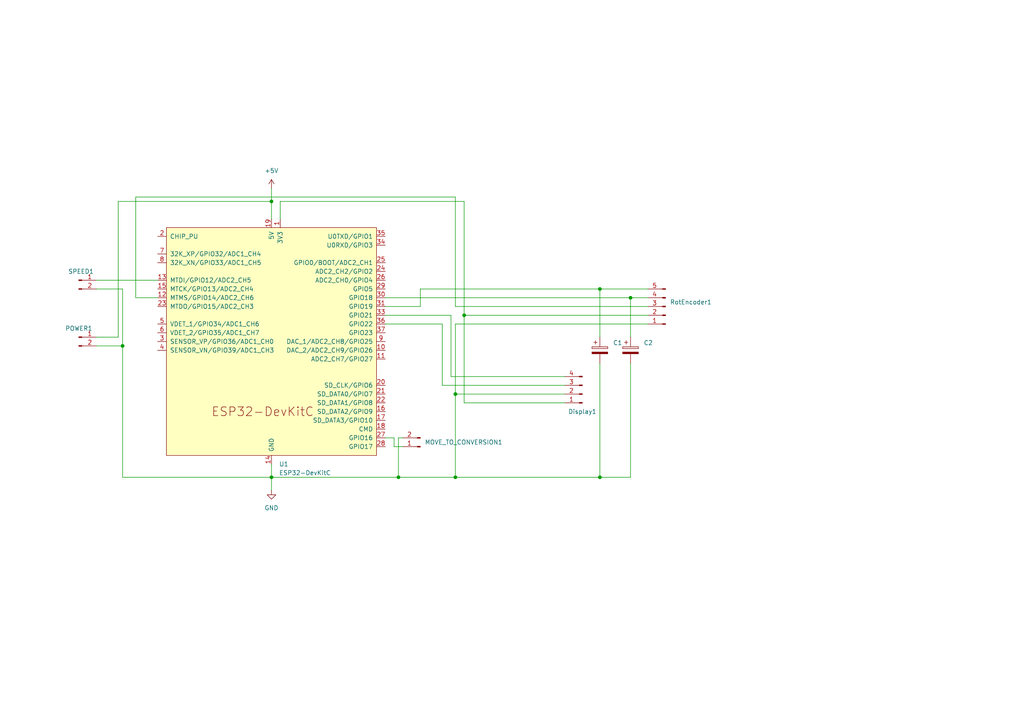
<source format=kicad_sch>
(kicad_sch (version 20230121) (generator eeschema)
  (paper "A4")
  (lib_symbols
    (symbol "Connector:Conn_01x02_Pin" (pin_names (offset 1.016) hide)
      (property "Reference" "J" (at 0 2.54 0))
      (property "Value" "Conn_01x02_Pin" (at 0 -5.08 0))
      (symbol "Conn_01x02_Pin_1_1"
        (polyline (pts (xy 1.27 -2.54) (xy 0.8636 -2.54)) (stroke (width 0.1524)))
        (polyline (pts (xy 1.27 0) (xy 0.8636 0)) (stroke (width 0.1524)))
        (rectangle (start 0.8636 -2.413) (end 0 -2.667) (stroke (width 0.1524)) (fill (type outline)))
        (rectangle (start 0.8636 0.127) (end 0 -0.127) (stroke (width 0.1524)) (fill (type outline)))
        (pin passive line (at 5.08 0 180) (length 3.81) (name "Pin_1") (number "1"))
        (pin passive line (at 5.08 -2.54 180) (length 3.81) (name "Pin_2") (number "2"))
      )
    )
    (symbol "Connector:Conn_01x04_Pin" (pin_names (offset 1.016) hide)
      (property "Reference" "J" (at 0 5.08 0))
      (property "Value" "Conn_01x04_Pin" (at 0 -7.62 0))
      (symbol "Conn_01x04_Pin_1_1"
        (polyline (pts (xy 1.27 -5.08) (xy 0.8636 -5.08)) (stroke (width 0.1524)))
        (polyline (pts (xy 1.27 -2.54) (xy 0.8636 -2.54)) (stroke (width 0.1524)))
        (polyline (pts (xy 1.27 0) (xy 0.8636 0)) (stroke (width 0.1524)))
        (polyline (pts (xy 1.27 2.54) (xy 0.8636 2.54)) (stroke (width 0.1524)))
        (rectangle (start 0.8636 -4.953) (end 0 -5.207) (stroke (width 0.1524)) (fill (type outline)))
        (rectangle (start 0.8636 -2.413) (end 0 -2.667) (stroke (width 0.1524)) (fill (type outline)))
        (rectangle (start 0.8636 0.127) (end 0 -0.127) (stroke (width 0.1524)) (fill (type outline)))
        (rectangle (start 0.8636 2.667) (end 0 2.413) (stroke (width 0.1524)) (fill (type outline)))
        (pin passive line (at 5.08 2.54 180) (length 3.81) (name "Pin_1") (number "1"))
        (pin passive line (at 5.08 0 180) (length 3.81) (name "Pin_2") (number "2"))
        (pin passive line (at 5.08 -2.54 180) (length 3.81) (name "Pin_3") (number "3"))
        (pin passive line (at 5.08 -5.08 180) (length 3.81) (name "Pin_4") (number "4"))
      )
    )
    (symbol "Connector:Conn_01x05_Pin" (pin_names (offset 1.016) hide)
      (property "Reference" "J" (at 0 7.62 0))
      (property "Value" "Conn_01x05_Pin" (at 0 -7.62 0))
      (symbol "Conn_01x05_Pin_1_1"
        (polyline (pts (xy 1.27 -5.08) (xy 0.8636 -5.08)) (stroke (width 0.1524)))
        (polyline (pts (xy 1.27 -2.54) (xy 0.8636 -2.54)) (stroke (width 0.1524)))
        (polyline (pts (xy 1.27 0) (xy 0.8636 0)) (stroke (width 0.1524)))
        (polyline (pts (xy 1.27 2.54) (xy 0.8636 2.54)) (stroke (width 0.1524)))
        (polyline (pts (xy 1.27 5.08) (xy 0.8636 5.08)) (stroke (width 0.1524)))
        (rectangle (start 0.8636 -4.953) (end 0 -5.207) (stroke (width 0.1524)) (fill (type outline)))
        (rectangle (start 0.8636 -2.413) (end 0 -2.667) (stroke (width 0.1524)) (fill (type outline)))
        (rectangle (start 0.8636 0.127) (end 0 -0.127) (stroke (width 0.1524)) (fill (type outline)))
        (rectangle (start 0.8636 2.667) (end 0 2.413) (stroke (width 0.1524)) (fill (type outline)))
        (rectangle (start 0.8636 5.207) (end 0 4.953) (stroke (width 0.1524)) (fill (type outline)))
        (pin passive line (at 5.08 5.08 180) (length 3.81) (name "Pin_1") (number "1"))
        (pin passive line (at 5.08 2.54 180) (length 3.81) (name "Pin_2") (number "2"))
        (pin passive line (at 5.08 0 180) (length 3.81) (name "Pin_3") (number "3"))
        (pin passive line (at 5.08 -2.54 180) (length 3.81) (name "Pin_4") (number "4"))
        (pin passive line (at 5.08 -5.08 180) (length 3.81) (name "Pin_5") (number "5"))
      )
    )
    (symbol "Device:C_Polarized" (pin_numbers hide) (pin_names (offset 0.254))
      (property "Reference" "C" (at 0.635 2.54 0))
      (property "Value" "C_Polarized" (at 0.635 -2.54 0))
      (symbol "C_Polarized_0_1"
        (rectangle (start -2.286 0.508) (end 2.286 1.016))
        (polyline (pts (xy -1.778 2.286) (xy -0.762 2.286)))
        (polyline (pts (xy -1.27 2.794) (xy -1.27 1.778)))
        (rectangle (start 2.286 -0.508) (end -2.286 -1.016) (fill (type outline)))
      )
      (symbol "C_Polarized_1_1"
        (pin passive line (at 0 3.81 270) (length 2.794) (name "~") (number "1"))
        (pin passive line (at 0 -3.81 90) (length 2.794) (name "~") (number "2"))
      )
    )
    (symbol "PCM_Espressif:ESP32-DevKitC" (pin_names (offset 1.016))
      (property "Reference" "U" (at -30.48 38.1 0))
      (property "Value" "ESP32-DevKitC" (at -30.48 35.56 0))
      (symbol "ESP32-DevKitC_0_0"
        (text "ESP32-DevKitC" (at -2.54 -20.32 0) (effects (font (size 2.54 2.54))))
        (pin power_in line (at 0 -35.56 90) (length 2.54) (name "GND") (number "14"))
        (pin power_in line (at 0 35.56 270) (length 2.54) (name "5V") (number "19"))
      )
      (symbol "ESP32-DevKitC_0_1"
        (rectangle (start -30.48 33.02) (end 30.48 -33.02) (fill (type background)))
      )
      (symbol "ESP32-DevKitC_1_1"
        (pin power_in line (at 2.54 35.56 270) (length 2.54) (name "3V3") (number "1"))
        (pin bidirectional line (at 33.02 -2.54 180) (length 2.54) (name "DAC_2/ADC2_CH9/GPIO26") (number "10"))
        (pin bidirectional line (at 33.02 -5.08 180) (length 2.54) (name "ADC2_CH7/GPIO27") (number "11"))
        (pin bidirectional line (at -33.02 12.7 0) (length 2.54) (name "MTMS/GPIO14/ADC2_CH6") (number "12"))
        (pin bidirectional line (at -33.02 17.78 0) (length 2.54) (name "MTDI/GPIO12/ADC2_CH5") (number "13"))
        (pin bidirectional line (at -33.02 15.24 0) (length 2.54) (name "MTCK/GPIO13/ADC2_CH4") (number "15"))
        (pin bidirectional line (at 33.02 -20.32 180) (length 2.54) (name "SD_DATA2/GPIO9") (number "16"))
        (pin bidirectional line (at 33.02 -22.86 180) (length 2.54) (name "SD_DATA3/GPIO10") (number "17"))
        (pin bidirectional line (at 33.02 -25.4 180) (length 2.54) (name "CMD") (number "18"))
        (pin input line (at -33.02 30.48 0) (length 2.54) (name "CHIP_PU") (number "2"))
        (pin bidirectional line (at 33.02 -12.7 180) (length 2.54) (name "SD_CLK/GPIO6") (number "20"))
        (pin bidirectional line (at 33.02 -15.24 180) (length 2.54) (name "SD_DATA0/GPIO7") (number "21"))
        (pin bidirectional line (at 33.02 -17.78 180) (length 2.54) (name "SD_DATA1/GPIO8") (number "22"))
        (pin bidirectional line (at -33.02 10.16 0) (length 2.54) (name "MTDO/GPIO15/ADC2_CH3") (number "23"))
        (pin bidirectional line (at 33.02 20.32 180) (length 2.54) (name "ADC2_CH2/GPIO2") (number "24"))
        (pin bidirectional line (at 33.02 22.86 180) (length 2.54) (name "GPIO0/BOOT/ADC2_CH1") (number "25"))
        (pin bidirectional line (at 33.02 17.78 180) (length 2.54) (name "ADC2_CH0/GPIO4") (number "26"))
        (pin bidirectional line (at 33.02 -27.94 180) (length 2.54) (name "GPIO16") (number "27"))
        (pin bidirectional line (at 33.02 -30.48 180) (length 2.54) (name "GPIO17") (number "28"))
        (pin bidirectional line (at 33.02 15.24 180) (length 2.54) (name "GPIO5") (number "29"))
        (pin input line (at -33.02 0 0) (length 2.54) (name "SENSOR_VP/GPIO36/ADC1_CH0") (number "3"))
        (pin bidirectional line (at 33.02 12.7 180) (length 2.54) (name "GPIO18") (number "30"))
        (pin bidirectional line (at 33.02 10.16 180) (length 2.54) (name "GPIO19") (number "31"))
        (pin passive line (at 0 -35.56 90) (length 2.54) hide (name "GND") (number "32"))
        (pin bidirectional line (at 33.02 7.62 180) (length 2.54) (name "GPIO21") (number "33"))
        (pin bidirectional line (at 33.02 27.94 180) (length 2.54) (name "U0RXD/GPIO3") (number "34"))
        (pin bidirectional line (at 33.02 30.48 180) (length 2.54) (name "U0TXD/GPIO1") (number "35"))
        (pin bidirectional line (at 33.02 5.08 180) (length 2.54) (name "GPIO22") (number "36"))
        (pin bidirectional line (at 33.02 2.54 180) (length 2.54) (name "GPIO23") (number "37"))
        (pin passive line (at 0 -35.56 90) (length 2.54) hide (name "GND") (number "38"))
        (pin input line (at -33.02 -2.54 0) (length 2.54) (name "SENSOR_VN/GPIO39/ADC1_CH3") (number "4"))
        (pin input line (at -33.02 5.08 0) (length 2.54) (name "VDET_1/GPIO34/ADC1_CH6") (number "5"))
        (pin input line (at -33.02 2.54 0) (length 2.54) (name "VDET_2/GPIO35/ADC1_CH7") (number "6"))
        (pin bidirectional line (at -33.02 25.4 0) (length 2.54) (name "32K_XP/GPIO32/ADC1_CH4") (number "7"))
        (pin bidirectional line (at -33.02 22.86 0) (length 2.54) (name "32K_XN/GPIO33/ADC1_CH5") (number "8"))
        (pin bidirectional line (at 33.02 0 180) (length 2.54) (name "DAC_1/ADC2_CH8/GPIO25") (number "9"))
      )
    )
    (symbol "power:+5V" (power) (pin_names (offset 0))
      (property "Value" "+5V" (at 0 3.556 0))
      (symbol "+5V_0_1"
        (polyline (pts (xy -0.762 1.27) (xy 0 2.54)))
        (polyline (pts (xy 0 0) (xy 0 2.54)))
        (polyline (pts (xy 0 2.54) (xy 0.762 1.27)))
      )
      (symbol "+5V_1_1"
        (pin power_in line (at 0 0 90) (length 0) hide (name "+5V") (number "1"))
      )
    )
    (symbol "power:GND" (power) (pin_names (offset 0))
      (property "Value" "GND" (at 0 -3.81 0))
      (symbol "GND_0_1"
        (polyline (pts (xy 0 0) (xy 0 -1.27) (xy 1.27 -1.27) (xy 0 -2.54) (xy -1.27 -1.27) (xy 0 -1.27)))
      )
      (symbol "GND_1_1"
        (pin power_in line (at 0 0 270) (length 0) hide (name "GND") (number "1"))
      )
    )
  )
  (junction (at 134.62 91.44))
  (junction (at 173.99 138.43))
  (junction (at 78.74 58.42))
  (junction (at 115.57 138.43))
  (junction (at 132.08 114.3))
  (junction (at 132.08 138.43))
  (junction (at 35.56 100.33))
  (junction (at 173.99 83.82))
  (junction (at 78.74 138.43))
  (junction (at 182.88 86.36))
  (wire (pts (xy 114.3 129.54) (xy 114.3 127)))
  (wire (pts (xy 39.37 86.36) (xy 45.72 86.36)))
  (wire (pts (xy 128.27 111.76) (xy 128.27 93.98)))
  (wire (pts (xy 114.3 127) (xy 111.76 127)))
  (wire (pts (xy 116.84 129.54) (xy 114.3 129.54)))
  (wire (pts (xy 35.56 83.82) (xy 35.56 100.33)))
  (wire (pts (xy 81.28 58.42) (xy 134.62 58.42)))
  (wire (pts (xy 111.76 91.44) (xy 130.81 91.44)))
  (wire (pts (xy 173.99 83.82) (xy 121.92 83.82)))
  (wire (pts (xy 115.57 138.43) (xy 132.08 138.43)))
  (wire (pts (xy 134.62 58.42) (xy 134.62 91.44)))
  (wire (pts (xy 132.08 88.9) (xy 132.08 57.15)))
  (wire (pts (xy 132.08 138.43) (xy 173.99 138.43)))
  (wire (pts (xy 163.83 116.84) (xy 134.62 116.84)))
  (wire (pts (xy 34.29 97.79) (xy 34.29 58.42)))
  (wire (pts (xy 27.94 83.82) (xy 35.56 83.82)))
  (wire (pts (xy 27.94 81.28) (xy 45.72 81.28)))
  (wire (pts (xy 78.74 58.42) (xy 78.74 63.5)))
  (wire (pts (xy 116.84 127) (xy 115.57 127)))
  (wire (pts (xy 39.37 57.15) (xy 39.37 86.36)))
  (wire (pts (xy 134.62 91.44) (xy 187.96 91.44)))
  (wire (pts (xy 111.76 86.36) (xy 182.88 86.36)))
  (wire (pts (xy 132.08 114.3) (xy 132.08 138.43)))
  (wire (pts (xy 132.08 88.9) (xy 187.96 88.9)))
  (wire (pts (xy 173.99 83.82) (xy 173.99 97.79)))
  (wire (pts (xy 187.96 93.98) (xy 132.08 93.98)))
  (wire (pts (xy 132.08 93.98) (xy 132.08 114.3)))
  (wire (pts (xy 78.74 138.43) (xy 115.57 138.43)))
  (wire (pts (xy 128.27 93.98) (xy 111.76 93.98)))
  (wire (pts (xy 35.56 100.33) (xy 35.56 138.43)))
  (wire (pts (xy 130.81 109.22) (xy 163.83 109.22)))
  (wire (pts (xy 78.74 134.62) (xy 78.74 138.43)))
  (wire (pts (xy 34.29 58.42) (xy 78.74 58.42)))
  (wire (pts (xy 27.94 100.33) (xy 35.56 100.33)))
  (wire (pts (xy 81.28 58.42) (xy 81.28 63.5)))
  (wire (pts (xy 111.76 88.9) (xy 121.92 88.9)))
  (wire (pts (xy 27.94 97.79) (xy 34.29 97.79)))
  (wire (pts (xy 128.27 111.76) (xy 163.83 111.76)))
  (wire (pts (xy 173.99 105.41) (xy 173.99 138.43)))
  (wire (pts (xy 35.56 138.43) (xy 78.74 138.43)))
  (wire (pts (xy 187.96 83.82) (xy 173.99 83.82)))
  (wire (pts (xy 115.57 127) (xy 115.57 138.43)))
  (wire (pts (xy 130.81 91.44) (xy 130.81 109.22)))
  (wire (pts (xy 78.74 54.61) (xy 78.74 58.42)))
  (wire (pts (xy 132.08 57.15) (xy 39.37 57.15)))
  (wire (pts (xy 182.88 138.43) (xy 173.99 138.43)))
  (wire (pts (xy 134.62 116.84) (xy 134.62 91.44)))
  (wire (pts (xy 78.74 138.43) (xy 78.74 142.24)))
  (wire (pts (xy 121.92 83.82) (xy 121.92 88.9)))
  (wire (pts (xy 182.88 86.36) (xy 182.88 97.79)))
  (wire (pts (xy 182.88 105.41) (xy 182.88 138.43)))
  (wire (pts (xy 132.08 114.3) (xy 163.83 114.3)))
  (wire (pts (xy 182.88 86.36) (xy 187.96 86.36)))
  (symbol (lib_id "Connector:Conn_01x05_Pin") (at 193.04 88.9 180) (unit 1)
    (property "Reference" "RotEncoder1" (at 194.31 87.63 0) (effects (justify right)))
    (property "Value" "Conn_01x05_Pin" (effects hide))
    (property "Footprint" "Connector_JST:JST_XH_B5B-XH-A_1x05_P2.50mm_Vertical" (effects hide))
  )
  (symbol (lib_id "power:+5V") (at 78.74 54.61 0) (unit 1)
    (property "Reference" "#PWR01" (effects hide))
    (property "Value" "+5V" (at 78.74 49.53 0))
  )
  (symbol (lib_id "Connector:Conn_01x02_Pin") (at 121.92 129.54 180) (unit 1)
    (property "Reference" "MOVE_TO_CONVERSION1" (at 123.19 128.27 0) (effects (justify right)))
    (property "Value" "Conn_01x02_Pin" (effects hide))
    (property "Footprint" "Connector_JST:JST_XH_B2B-XH-A_1x02_P2.50mm_Vertical" (effects hide))
  )
  (symbol (lib_id "power:GND") (at 78.74 142.24 0) (unit 1)
    (property "Reference" "#PWR02" (effects hide))
    (property "Value" "GND" (at 78.74 147.32 0))
  )
  (symbol (lib_id "Device:C_Polarized") (at 173.99 101.6 0) (unit 1)
    (property "Reference" "C1" (at 177.8 99.441 0) (effects (justify left)))
    (property "Value" "0.1uF" (effects hide))
    (property "Footprint" "Capacitor_THT:CP_Radial_D5.0mm_P2.00mm" (effects hide))
  )
  (symbol (lib_id "Device:C_Polarized") (at 182.88 101.6 0) (unit 1)
    (property "Reference" "C2" (at 186.69 99.441 0) (effects (justify left)))
    (property "Value" "0.1uF" (effects hide))
    (property "Footprint" "Capacitor_THT:CP_Radial_D5.0mm_P2.00mm" (effects hide))
  )
  (symbol (lib_id "Connector:Conn_01x02_Pin") (at 22.86 81.28 0) (unit 1)
    (property "Reference" "SPEED1" (at 23.495 78.74 0))
    (property "Value" "Conn_01x02_Pin" (effects hide))
    (property "Footprint" "Connector_JST:JST_XH_B2B-XH-A_1x02_P2.50mm_Vertical" (effects hide))
  )
  (symbol (lib_id "PCM_Espressif:ESP32-DevKitC") (at 78.74 99.06 0) (unit 1)
    (property "Reference" "U1" (at 80.9341 134.62 0) (effects (justify left)))
    (property "Value" "ESP32-DevKitC" (at 80.9341 137.16 0) (effects (justify left)))
    (property "Footprint" "PCM_Espressif:ESP32-DevKitC" (effects hide))
    (property "Datasheet" "https://docs.espressif.com/projects/esp-idf/zh_CN/latest/esp32/hw-reference/esp32/get-started-devkitc.html" (effects hide))
  )
  (symbol (lib_id "Connector:Conn_01x04_Pin") (at 168.91 114.3 180) (unit 1)
    (property "Reference" "Display1" (at 168.91 119.38 0))
    (property "Value" "Conn_01x04_Pin" (effects hide))
    (property "Footprint" "Connector_JST:JST_XH_B4B-XH-A_1x04_P2.50mm_Vertical" (effects hide))
  )
  (symbol (lib_id "Connector:Conn_01x02_Pin") (at 22.86 97.79 0) (unit 1)
    (property "Reference" "POWER1" (at 22.86 95.25 0))
    (property "Value" "Conn_01x02_Pin" (effects hide))
    (property "Footprint" "Connector_JST:JST_XH_B2B-XH-A_1x02_P2.50mm_Vertical" (effects hide))
  )
)
</source>
